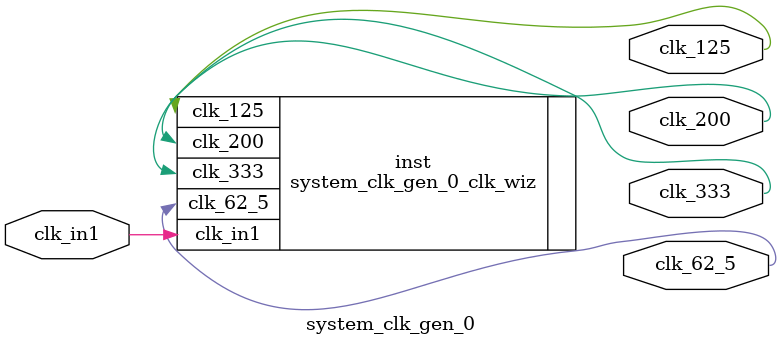
<source format=v>


`timescale 1ps/1ps

(* CORE_GENERATION_INFO = "system_clk_gen_0,clk_wiz_v6_0_5_0_0,{component_name=system_clk_gen_0,use_phase_alignment=true,use_min_o_jitter=false,use_max_i_jitter=false,use_dyn_phase_shift=false,use_inclk_switchover=false,use_dyn_reconfig=false,enable_axi=0,feedback_source=FDBK_AUTO,PRIMITIVE=MMCM,num_out_clk=4,clkin1_period=8.000,clkin2_period=10.000,use_power_down=false,use_reset=false,use_locked=false,use_inclk_stopped=false,feedback_type=SINGLE,CLOCK_MGR_TYPE=NA,manual_override=false}" *)

module system_clk_gen_0 
 (
  // Clock out ports
  output        clk_125,
  output        clk_200,
  output        clk_333,
  output        clk_62_5,
 // Clock in ports
  input         clk_in1
 );

  system_clk_gen_0_clk_wiz inst
  (
  // Clock out ports  
  .clk_125(clk_125),
  .clk_200(clk_200),
  .clk_333(clk_333),
  .clk_62_5(clk_62_5),
 // Clock in ports
  .clk_in1(clk_in1)
  );

endmodule

</source>
